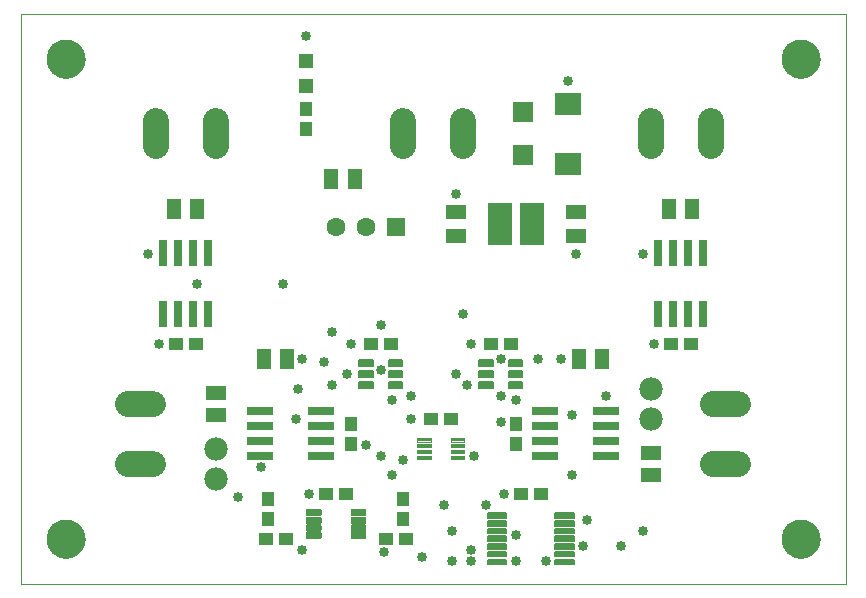
<source format=gts>
G75*
%MOIN*%
%OFA0B0*%
%FSLAX25Y25*%
%IPPOS*%
%LPD*%
%AMOC8*
5,1,8,0,0,1.08239X$1,22.5*
%
%ADD10C,0.00000*%
%ADD11C,0.12998*%
%ADD12R,0.06699X0.04731*%
%ADD13R,0.04731X0.04337*%
%ADD14R,0.04731X0.06699*%
%ADD15R,0.04337X0.04731*%
%ADD16C,0.08650*%
%ADD17R,0.07093X0.07093*%
%ADD18R,0.09061X0.07487*%
%ADD19R,0.05124X0.05124*%
%ADD20C,0.07800*%
%ADD21R,0.08274X0.14180*%
%ADD22R,0.06306X0.06306*%
%ADD23C,0.06306*%
%ADD24C,0.00504*%
%ADD25C,0.00366*%
%ADD26C,0.00671*%
%ADD27R,0.09061X0.02762*%
%ADD28R,0.02762X0.09061*%
%ADD29C,0.00039*%
%ADD30C,0.03353*%
D10*
X0001600Y0003690D02*
X0001600Y0193690D01*
X0276600Y0193690D01*
X0276600Y0003690D01*
X0001600Y0003690D01*
X0010301Y0018690D02*
X0010303Y0018848D01*
X0010309Y0019006D01*
X0010319Y0019164D01*
X0010333Y0019322D01*
X0010351Y0019479D01*
X0010372Y0019636D01*
X0010398Y0019792D01*
X0010428Y0019948D01*
X0010461Y0020103D01*
X0010499Y0020256D01*
X0010540Y0020409D01*
X0010585Y0020561D01*
X0010634Y0020712D01*
X0010687Y0020861D01*
X0010743Y0021009D01*
X0010803Y0021155D01*
X0010867Y0021300D01*
X0010935Y0021443D01*
X0011006Y0021585D01*
X0011080Y0021725D01*
X0011158Y0021862D01*
X0011240Y0021998D01*
X0011324Y0022132D01*
X0011413Y0022263D01*
X0011504Y0022392D01*
X0011599Y0022519D01*
X0011696Y0022644D01*
X0011797Y0022766D01*
X0011901Y0022885D01*
X0012008Y0023002D01*
X0012118Y0023116D01*
X0012231Y0023227D01*
X0012346Y0023336D01*
X0012464Y0023441D01*
X0012585Y0023543D01*
X0012708Y0023643D01*
X0012834Y0023739D01*
X0012962Y0023832D01*
X0013092Y0023922D01*
X0013225Y0024008D01*
X0013360Y0024092D01*
X0013496Y0024171D01*
X0013635Y0024248D01*
X0013776Y0024320D01*
X0013918Y0024390D01*
X0014062Y0024455D01*
X0014208Y0024517D01*
X0014355Y0024575D01*
X0014504Y0024630D01*
X0014654Y0024681D01*
X0014805Y0024728D01*
X0014957Y0024771D01*
X0015110Y0024810D01*
X0015265Y0024846D01*
X0015420Y0024877D01*
X0015576Y0024905D01*
X0015732Y0024929D01*
X0015889Y0024949D01*
X0016047Y0024965D01*
X0016204Y0024977D01*
X0016363Y0024985D01*
X0016521Y0024989D01*
X0016679Y0024989D01*
X0016837Y0024985D01*
X0016996Y0024977D01*
X0017153Y0024965D01*
X0017311Y0024949D01*
X0017468Y0024929D01*
X0017624Y0024905D01*
X0017780Y0024877D01*
X0017935Y0024846D01*
X0018090Y0024810D01*
X0018243Y0024771D01*
X0018395Y0024728D01*
X0018546Y0024681D01*
X0018696Y0024630D01*
X0018845Y0024575D01*
X0018992Y0024517D01*
X0019138Y0024455D01*
X0019282Y0024390D01*
X0019424Y0024320D01*
X0019565Y0024248D01*
X0019704Y0024171D01*
X0019840Y0024092D01*
X0019975Y0024008D01*
X0020108Y0023922D01*
X0020238Y0023832D01*
X0020366Y0023739D01*
X0020492Y0023643D01*
X0020615Y0023543D01*
X0020736Y0023441D01*
X0020854Y0023336D01*
X0020969Y0023227D01*
X0021082Y0023116D01*
X0021192Y0023002D01*
X0021299Y0022885D01*
X0021403Y0022766D01*
X0021504Y0022644D01*
X0021601Y0022519D01*
X0021696Y0022392D01*
X0021787Y0022263D01*
X0021876Y0022132D01*
X0021960Y0021998D01*
X0022042Y0021862D01*
X0022120Y0021725D01*
X0022194Y0021585D01*
X0022265Y0021443D01*
X0022333Y0021300D01*
X0022397Y0021155D01*
X0022457Y0021009D01*
X0022513Y0020861D01*
X0022566Y0020712D01*
X0022615Y0020561D01*
X0022660Y0020409D01*
X0022701Y0020256D01*
X0022739Y0020103D01*
X0022772Y0019948D01*
X0022802Y0019792D01*
X0022828Y0019636D01*
X0022849Y0019479D01*
X0022867Y0019322D01*
X0022881Y0019164D01*
X0022891Y0019006D01*
X0022897Y0018848D01*
X0022899Y0018690D01*
X0022897Y0018532D01*
X0022891Y0018374D01*
X0022881Y0018216D01*
X0022867Y0018058D01*
X0022849Y0017901D01*
X0022828Y0017744D01*
X0022802Y0017588D01*
X0022772Y0017432D01*
X0022739Y0017277D01*
X0022701Y0017124D01*
X0022660Y0016971D01*
X0022615Y0016819D01*
X0022566Y0016668D01*
X0022513Y0016519D01*
X0022457Y0016371D01*
X0022397Y0016225D01*
X0022333Y0016080D01*
X0022265Y0015937D01*
X0022194Y0015795D01*
X0022120Y0015655D01*
X0022042Y0015518D01*
X0021960Y0015382D01*
X0021876Y0015248D01*
X0021787Y0015117D01*
X0021696Y0014988D01*
X0021601Y0014861D01*
X0021504Y0014736D01*
X0021403Y0014614D01*
X0021299Y0014495D01*
X0021192Y0014378D01*
X0021082Y0014264D01*
X0020969Y0014153D01*
X0020854Y0014044D01*
X0020736Y0013939D01*
X0020615Y0013837D01*
X0020492Y0013737D01*
X0020366Y0013641D01*
X0020238Y0013548D01*
X0020108Y0013458D01*
X0019975Y0013372D01*
X0019840Y0013288D01*
X0019704Y0013209D01*
X0019565Y0013132D01*
X0019424Y0013060D01*
X0019282Y0012990D01*
X0019138Y0012925D01*
X0018992Y0012863D01*
X0018845Y0012805D01*
X0018696Y0012750D01*
X0018546Y0012699D01*
X0018395Y0012652D01*
X0018243Y0012609D01*
X0018090Y0012570D01*
X0017935Y0012534D01*
X0017780Y0012503D01*
X0017624Y0012475D01*
X0017468Y0012451D01*
X0017311Y0012431D01*
X0017153Y0012415D01*
X0016996Y0012403D01*
X0016837Y0012395D01*
X0016679Y0012391D01*
X0016521Y0012391D01*
X0016363Y0012395D01*
X0016204Y0012403D01*
X0016047Y0012415D01*
X0015889Y0012431D01*
X0015732Y0012451D01*
X0015576Y0012475D01*
X0015420Y0012503D01*
X0015265Y0012534D01*
X0015110Y0012570D01*
X0014957Y0012609D01*
X0014805Y0012652D01*
X0014654Y0012699D01*
X0014504Y0012750D01*
X0014355Y0012805D01*
X0014208Y0012863D01*
X0014062Y0012925D01*
X0013918Y0012990D01*
X0013776Y0013060D01*
X0013635Y0013132D01*
X0013496Y0013209D01*
X0013360Y0013288D01*
X0013225Y0013372D01*
X0013092Y0013458D01*
X0012962Y0013548D01*
X0012834Y0013641D01*
X0012708Y0013737D01*
X0012585Y0013837D01*
X0012464Y0013939D01*
X0012346Y0014044D01*
X0012231Y0014153D01*
X0012118Y0014264D01*
X0012008Y0014378D01*
X0011901Y0014495D01*
X0011797Y0014614D01*
X0011696Y0014736D01*
X0011599Y0014861D01*
X0011504Y0014988D01*
X0011413Y0015117D01*
X0011324Y0015248D01*
X0011240Y0015382D01*
X0011158Y0015518D01*
X0011080Y0015655D01*
X0011006Y0015795D01*
X0010935Y0015937D01*
X0010867Y0016080D01*
X0010803Y0016225D01*
X0010743Y0016371D01*
X0010687Y0016519D01*
X0010634Y0016668D01*
X0010585Y0016819D01*
X0010540Y0016971D01*
X0010499Y0017124D01*
X0010461Y0017277D01*
X0010428Y0017432D01*
X0010398Y0017588D01*
X0010372Y0017744D01*
X0010351Y0017901D01*
X0010333Y0018058D01*
X0010319Y0018216D01*
X0010309Y0018374D01*
X0010303Y0018532D01*
X0010301Y0018690D01*
X0010301Y0178690D02*
X0010303Y0178848D01*
X0010309Y0179006D01*
X0010319Y0179164D01*
X0010333Y0179322D01*
X0010351Y0179479D01*
X0010372Y0179636D01*
X0010398Y0179792D01*
X0010428Y0179948D01*
X0010461Y0180103D01*
X0010499Y0180256D01*
X0010540Y0180409D01*
X0010585Y0180561D01*
X0010634Y0180712D01*
X0010687Y0180861D01*
X0010743Y0181009D01*
X0010803Y0181155D01*
X0010867Y0181300D01*
X0010935Y0181443D01*
X0011006Y0181585D01*
X0011080Y0181725D01*
X0011158Y0181862D01*
X0011240Y0181998D01*
X0011324Y0182132D01*
X0011413Y0182263D01*
X0011504Y0182392D01*
X0011599Y0182519D01*
X0011696Y0182644D01*
X0011797Y0182766D01*
X0011901Y0182885D01*
X0012008Y0183002D01*
X0012118Y0183116D01*
X0012231Y0183227D01*
X0012346Y0183336D01*
X0012464Y0183441D01*
X0012585Y0183543D01*
X0012708Y0183643D01*
X0012834Y0183739D01*
X0012962Y0183832D01*
X0013092Y0183922D01*
X0013225Y0184008D01*
X0013360Y0184092D01*
X0013496Y0184171D01*
X0013635Y0184248D01*
X0013776Y0184320D01*
X0013918Y0184390D01*
X0014062Y0184455D01*
X0014208Y0184517D01*
X0014355Y0184575D01*
X0014504Y0184630D01*
X0014654Y0184681D01*
X0014805Y0184728D01*
X0014957Y0184771D01*
X0015110Y0184810D01*
X0015265Y0184846D01*
X0015420Y0184877D01*
X0015576Y0184905D01*
X0015732Y0184929D01*
X0015889Y0184949D01*
X0016047Y0184965D01*
X0016204Y0184977D01*
X0016363Y0184985D01*
X0016521Y0184989D01*
X0016679Y0184989D01*
X0016837Y0184985D01*
X0016996Y0184977D01*
X0017153Y0184965D01*
X0017311Y0184949D01*
X0017468Y0184929D01*
X0017624Y0184905D01*
X0017780Y0184877D01*
X0017935Y0184846D01*
X0018090Y0184810D01*
X0018243Y0184771D01*
X0018395Y0184728D01*
X0018546Y0184681D01*
X0018696Y0184630D01*
X0018845Y0184575D01*
X0018992Y0184517D01*
X0019138Y0184455D01*
X0019282Y0184390D01*
X0019424Y0184320D01*
X0019565Y0184248D01*
X0019704Y0184171D01*
X0019840Y0184092D01*
X0019975Y0184008D01*
X0020108Y0183922D01*
X0020238Y0183832D01*
X0020366Y0183739D01*
X0020492Y0183643D01*
X0020615Y0183543D01*
X0020736Y0183441D01*
X0020854Y0183336D01*
X0020969Y0183227D01*
X0021082Y0183116D01*
X0021192Y0183002D01*
X0021299Y0182885D01*
X0021403Y0182766D01*
X0021504Y0182644D01*
X0021601Y0182519D01*
X0021696Y0182392D01*
X0021787Y0182263D01*
X0021876Y0182132D01*
X0021960Y0181998D01*
X0022042Y0181862D01*
X0022120Y0181725D01*
X0022194Y0181585D01*
X0022265Y0181443D01*
X0022333Y0181300D01*
X0022397Y0181155D01*
X0022457Y0181009D01*
X0022513Y0180861D01*
X0022566Y0180712D01*
X0022615Y0180561D01*
X0022660Y0180409D01*
X0022701Y0180256D01*
X0022739Y0180103D01*
X0022772Y0179948D01*
X0022802Y0179792D01*
X0022828Y0179636D01*
X0022849Y0179479D01*
X0022867Y0179322D01*
X0022881Y0179164D01*
X0022891Y0179006D01*
X0022897Y0178848D01*
X0022899Y0178690D01*
X0022897Y0178532D01*
X0022891Y0178374D01*
X0022881Y0178216D01*
X0022867Y0178058D01*
X0022849Y0177901D01*
X0022828Y0177744D01*
X0022802Y0177588D01*
X0022772Y0177432D01*
X0022739Y0177277D01*
X0022701Y0177124D01*
X0022660Y0176971D01*
X0022615Y0176819D01*
X0022566Y0176668D01*
X0022513Y0176519D01*
X0022457Y0176371D01*
X0022397Y0176225D01*
X0022333Y0176080D01*
X0022265Y0175937D01*
X0022194Y0175795D01*
X0022120Y0175655D01*
X0022042Y0175518D01*
X0021960Y0175382D01*
X0021876Y0175248D01*
X0021787Y0175117D01*
X0021696Y0174988D01*
X0021601Y0174861D01*
X0021504Y0174736D01*
X0021403Y0174614D01*
X0021299Y0174495D01*
X0021192Y0174378D01*
X0021082Y0174264D01*
X0020969Y0174153D01*
X0020854Y0174044D01*
X0020736Y0173939D01*
X0020615Y0173837D01*
X0020492Y0173737D01*
X0020366Y0173641D01*
X0020238Y0173548D01*
X0020108Y0173458D01*
X0019975Y0173372D01*
X0019840Y0173288D01*
X0019704Y0173209D01*
X0019565Y0173132D01*
X0019424Y0173060D01*
X0019282Y0172990D01*
X0019138Y0172925D01*
X0018992Y0172863D01*
X0018845Y0172805D01*
X0018696Y0172750D01*
X0018546Y0172699D01*
X0018395Y0172652D01*
X0018243Y0172609D01*
X0018090Y0172570D01*
X0017935Y0172534D01*
X0017780Y0172503D01*
X0017624Y0172475D01*
X0017468Y0172451D01*
X0017311Y0172431D01*
X0017153Y0172415D01*
X0016996Y0172403D01*
X0016837Y0172395D01*
X0016679Y0172391D01*
X0016521Y0172391D01*
X0016363Y0172395D01*
X0016204Y0172403D01*
X0016047Y0172415D01*
X0015889Y0172431D01*
X0015732Y0172451D01*
X0015576Y0172475D01*
X0015420Y0172503D01*
X0015265Y0172534D01*
X0015110Y0172570D01*
X0014957Y0172609D01*
X0014805Y0172652D01*
X0014654Y0172699D01*
X0014504Y0172750D01*
X0014355Y0172805D01*
X0014208Y0172863D01*
X0014062Y0172925D01*
X0013918Y0172990D01*
X0013776Y0173060D01*
X0013635Y0173132D01*
X0013496Y0173209D01*
X0013360Y0173288D01*
X0013225Y0173372D01*
X0013092Y0173458D01*
X0012962Y0173548D01*
X0012834Y0173641D01*
X0012708Y0173737D01*
X0012585Y0173837D01*
X0012464Y0173939D01*
X0012346Y0174044D01*
X0012231Y0174153D01*
X0012118Y0174264D01*
X0012008Y0174378D01*
X0011901Y0174495D01*
X0011797Y0174614D01*
X0011696Y0174736D01*
X0011599Y0174861D01*
X0011504Y0174988D01*
X0011413Y0175117D01*
X0011324Y0175248D01*
X0011240Y0175382D01*
X0011158Y0175518D01*
X0011080Y0175655D01*
X0011006Y0175795D01*
X0010935Y0175937D01*
X0010867Y0176080D01*
X0010803Y0176225D01*
X0010743Y0176371D01*
X0010687Y0176519D01*
X0010634Y0176668D01*
X0010585Y0176819D01*
X0010540Y0176971D01*
X0010499Y0177124D01*
X0010461Y0177277D01*
X0010428Y0177432D01*
X0010398Y0177588D01*
X0010372Y0177744D01*
X0010351Y0177901D01*
X0010333Y0178058D01*
X0010319Y0178216D01*
X0010309Y0178374D01*
X0010303Y0178532D01*
X0010301Y0178690D01*
X0255301Y0178690D02*
X0255303Y0178848D01*
X0255309Y0179006D01*
X0255319Y0179164D01*
X0255333Y0179322D01*
X0255351Y0179479D01*
X0255372Y0179636D01*
X0255398Y0179792D01*
X0255428Y0179948D01*
X0255461Y0180103D01*
X0255499Y0180256D01*
X0255540Y0180409D01*
X0255585Y0180561D01*
X0255634Y0180712D01*
X0255687Y0180861D01*
X0255743Y0181009D01*
X0255803Y0181155D01*
X0255867Y0181300D01*
X0255935Y0181443D01*
X0256006Y0181585D01*
X0256080Y0181725D01*
X0256158Y0181862D01*
X0256240Y0181998D01*
X0256324Y0182132D01*
X0256413Y0182263D01*
X0256504Y0182392D01*
X0256599Y0182519D01*
X0256696Y0182644D01*
X0256797Y0182766D01*
X0256901Y0182885D01*
X0257008Y0183002D01*
X0257118Y0183116D01*
X0257231Y0183227D01*
X0257346Y0183336D01*
X0257464Y0183441D01*
X0257585Y0183543D01*
X0257708Y0183643D01*
X0257834Y0183739D01*
X0257962Y0183832D01*
X0258092Y0183922D01*
X0258225Y0184008D01*
X0258360Y0184092D01*
X0258496Y0184171D01*
X0258635Y0184248D01*
X0258776Y0184320D01*
X0258918Y0184390D01*
X0259062Y0184455D01*
X0259208Y0184517D01*
X0259355Y0184575D01*
X0259504Y0184630D01*
X0259654Y0184681D01*
X0259805Y0184728D01*
X0259957Y0184771D01*
X0260110Y0184810D01*
X0260265Y0184846D01*
X0260420Y0184877D01*
X0260576Y0184905D01*
X0260732Y0184929D01*
X0260889Y0184949D01*
X0261047Y0184965D01*
X0261204Y0184977D01*
X0261363Y0184985D01*
X0261521Y0184989D01*
X0261679Y0184989D01*
X0261837Y0184985D01*
X0261996Y0184977D01*
X0262153Y0184965D01*
X0262311Y0184949D01*
X0262468Y0184929D01*
X0262624Y0184905D01*
X0262780Y0184877D01*
X0262935Y0184846D01*
X0263090Y0184810D01*
X0263243Y0184771D01*
X0263395Y0184728D01*
X0263546Y0184681D01*
X0263696Y0184630D01*
X0263845Y0184575D01*
X0263992Y0184517D01*
X0264138Y0184455D01*
X0264282Y0184390D01*
X0264424Y0184320D01*
X0264565Y0184248D01*
X0264704Y0184171D01*
X0264840Y0184092D01*
X0264975Y0184008D01*
X0265108Y0183922D01*
X0265238Y0183832D01*
X0265366Y0183739D01*
X0265492Y0183643D01*
X0265615Y0183543D01*
X0265736Y0183441D01*
X0265854Y0183336D01*
X0265969Y0183227D01*
X0266082Y0183116D01*
X0266192Y0183002D01*
X0266299Y0182885D01*
X0266403Y0182766D01*
X0266504Y0182644D01*
X0266601Y0182519D01*
X0266696Y0182392D01*
X0266787Y0182263D01*
X0266876Y0182132D01*
X0266960Y0181998D01*
X0267042Y0181862D01*
X0267120Y0181725D01*
X0267194Y0181585D01*
X0267265Y0181443D01*
X0267333Y0181300D01*
X0267397Y0181155D01*
X0267457Y0181009D01*
X0267513Y0180861D01*
X0267566Y0180712D01*
X0267615Y0180561D01*
X0267660Y0180409D01*
X0267701Y0180256D01*
X0267739Y0180103D01*
X0267772Y0179948D01*
X0267802Y0179792D01*
X0267828Y0179636D01*
X0267849Y0179479D01*
X0267867Y0179322D01*
X0267881Y0179164D01*
X0267891Y0179006D01*
X0267897Y0178848D01*
X0267899Y0178690D01*
X0267897Y0178532D01*
X0267891Y0178374D01*
X0267881Y0178216D01*
X0267867Y0178058D01*
X0267849Y0177901D01*
X0267828Y0177744D01*
X0267802Y0177588D01*
X0267772Y0177432D01*
X0267739Y0177277D01*
X0267701Y0177124D01*
X0267660Y0176971D01*
X0267615Y0176819D01*
X0267566Y0176668D01*
X0267513Y0176519D01*
X0267457Y0176371D01*
X0267397Y0176225D01*
X0267333Y0176080D01*
X0267265Y0175937D01*
X0267194Y0175795D01*
X0267120Y0175655D01*
X0267042Y0175518D01*
X0266960Y0175382D01*
X0266876Y0175248D01*
X0266787Y0175117D01*
X0266696Y0174988D01*
X0266601Y0174861D01*
X0266504Y0174736D01*
X0266403Y0174614D01*
X0266299Y0174495D01*
X0266192Y0174378D01*
X0266082Y0174264D01*
X0265969Y0174153D01*
X0265854Y0174044D01*
X0265736Y0173939D01*
X0265615Y0173837D01*
X0265492Y0173737D01*
X0265366Y0173641D01*
X0265238Y0173548D01*
X0265108Y0173458D01*
X0264975Y0173372D01*
X0264840Y0173288D01*
X0264704Y0173209D01*
X0264565Y0173132D01*
X0264424Y0173060D01*
X0264282Y0172990D01*
X0264138Y0172925D01*
X0263992Y0172863D01*
X0263845Y0172805D01*
X0263696Y0172750D01*
X0263546Y0172699D01*
X0263395Y0172652D01*
X0263243Y0172609D01*
X0263090Y0172570D01*
X0262935Y0172534D01*
X0262780Y0172503D01*
X0262624Y0172475D01*
X0262468Y0172451D01*
X0262311Y0172431D01*
X0262153Y0172415D01*
X0261996Y0172403D01*
X0261837Y0172395D01*
X0261679Y0172391D01*
X0261521Y0172391D01*
X0261363Y0172395D01*
X0261204Y0172403D01*
X0261047Y0172415D01*
X0260889Y0172431D01*
X0260732Y0172451D01*
X0260576Y0172475D01*
X0260420Y0172503D01*
X0260265Y0172534D01*
X0260110Y0172570D01*
X0259957Y0172609D01*
X0259805Y0172652D01*
X0259654Y0172699D01*
X0259504Y0172750D01*
X0259355Y0172805D01*
X0259208Y0172863D01*
X0259062Y0172925D01*
X0258918Y0172990D01*
X0258776Y0173060D01*
X0258635Y0173132D01*
X0258496Y0173209D01*
X0258360Y0173288D01*
X0258225Y0173372D01*
X0258092Y0173458D01*
X0257962Y0173548D01*
X0257834Y0173641D01*
X0257708Y0173737D01*
X0257585Y0173837D01*
X0257464Y0173939D01*
X0257346Y0174044D01*
X0257231Y0174153D01*
X0257118Y0174264D01*
X0257008Y0174378D01*
X0256901Y0174495D01*
X0256797Y0174614D01*
X0256696Y0174736D01*
X0256599Y0174861D01*
X0256504Y0174988D01*
X0256413Y0175117D01*
X0256324Y0175248D01*
X0256240Y0175382D01*
X0256158Y0175518D01*
X0256080Y0175655D01*
X0256006Y0175795D01*
X0255935Y0175937D01*
X0255867Y0176080D01*
X0255803Y0176225D01*
X0255743Y0176371D01*
X0255687Y0176519D01*
X0255634Y0176668D01*
X0255585Y0176819D01*
X0255540Y0176971D01*
X0255499Y0177124D01*
X0255461Y0177277D01*
X0255428Y0177432D01*
X0255398Y0177588D01*
X0255372Y0177744D01*
X0255351Y0177901D01*
X0255333Y0178058D01*
X0255319Y0178216D01*
X0255309Y0178374D01*
X0255303Y0178532D01*
X0255301Y0178690D01*
X0255301Y0018690D02*
X0255303Y0018848D01*
X0255309Y0019006D01*
X0255319Y0019164D01*
X0255333Y0019322D01*
X0255351Y0019479D01*
X0255372Y0019636D01*
X0255398Y0019792D01*
X0255428Y0019948D01*
X0255461Y0020103D01*
X0255499Y0020256D01*
X0255540Y0020409D01*
X0255585Y0020561D01*
X0255634Y0020712D01*
X0255687Y0020861D01*
X0255743Y0021009D01*
X0255803Y0021155D01*
X0255867Y0021300D01*
X0255935Y0021443D01*
X0256006Y0021585D01*
X0256080Y0021725D01*
X0256158Y0021862D01*
X0256240Y0021998D01*
X0256324Y0022132D01*
X0256413Y0022263D01*
X0256504Y0022392D01*
X0256599Y0022519D01*
X0256696Y0022644D01*
X0256797Y0022766D01*
X0256901Y0022885D01*
X0257008Y0023002D01*
X0257118Y0023116D01*
X0257231Y0023227D01*
X0257346Y0023336D01*
X0257464Y0023441D01*
X0257585Y0023543D01*
X0257708Y0023643D01*
X0257834Y0023739D01*
X0257962Y0023832D01*
X0258092Y0023922D01*
X0258225Y0024008D01*
X0258360Y0024092D01*
X0258496Y0024171D01*
X0258635Y0024248D01*
X0258776Y0024320D01*
X0258918Y0024390D01*
X0259062Y0024455D01*
X0259208Y0024517D01*
X0259355Y0024575D01*
X0259504Y0024630D01*
X0259654Y0024681D01*
X0259805Y0024728D01*
X0259957Y0024771D01*
X0260110Y0024810D01*
X0260265Y0024846D01*
X0260420Y0024877D01*
X0260576Y0024905D01*
X0260732Y0024929D01*
X0260889Y0024949D01*
X0261047Y0024965D01*
X0261204Y0024977D01*
X0261363Y0024985D01*
X0261521Y0024989D01*
X0261679Y0024989D01*
X0261837Y0024985D01*
X0261996Y0024977D01*
X0262153Y0024965D01*
X0262311Y0024949D01*
X0262468Y0024929D01*
X0262624Y0024905D01*
X0262780Y0024877D01*
X0262935Y0024846D01*
X0263090Y0024810D01*
X0263243Y0024771D01*
X0263395Y0024728D01*
X0263546Y0024681D01*
X0263696Y0024630D01*
X0263845Y0024575D01*
X0263992Y0024517D01*
X0264138Y0024455D01*
X0264282Y0024390D01*
X0264424Y0024320D01*
X0264565Y0024248D01*
X0264704Y0024171D01*
X0264840Y0024092D01*
X0264975Y0024008D01*
X0265108Y0023922D01*
X0265238Y0023832D01*
X0265366Y0023739D01*
X0265492Y0023643D01*
X0265615Y0023543D01*
X0265736Y0023441D01*
X0265854Y0023336D01*
X0265969Y0023227D01*
X0266082Y0023116D01*
X0266192Y0023002D01*
X0266299Y0022885D01*
X0266403Y0022766D01*
X0266504Y0022644D01*
X0266601Y0022519D01*
X0266696Y0022392D01*
X0266787Y0022263D01*
X0266876Y0022132D01*
X0266960Y0021998D01*
X0267042Y0021862D01*
X0267120Y0021725D01*
X0267194Y0021585D01*
X0267265Y0021443D01*
X0267333Y0021300D01*
X0267397Y0021155D01*
X0267457Y0021009D01*
X0267513Y0020861D01*
X0267566Y0020712D01*
X0267615Y0020561D01*
X0267660Y0020409D01*
X0267701Y0020256D01*
X0267739Y0020103D01*
X0267772Y0019948D01*
X0267802Y0019792D01*
X0267828Y0019636D01*
X0267849Y0019479D01*
X0267867Y0019322D01*
X0267881Y0019164D01*
X0267891Y0019006D01*
X0267897Y0018848D01*
X0267899Y0018690D01*
X0267897Y0018532D01*
X0267891Y0018374D01*
X0267881Y0018216D01*
X0267867Y0018058D01*
X0267849Y0017901D01*
X0267828Y0017744D01*
X0267802Y0017588D01*
X0267772Y0017432D01*
X0267739Y0017277D01*
X0267701Y0017124D01*
X0267660Y0016971D01*
X0267615Y0016819D01*
X0267566Y0016668D01*
X0267513Y0016519D01*
X0267457Y0016371D01*
X0267397Y0016225D01*
X0267333Y0016080D01*
X0267265Y0015937D01*
X0267194Y0015795D01*
X0267120Y0015655D01*
X0267042Y0015518D01*
X0266960Y0015382D01*
X0266876Y0015248D01*
X0266787Y0015117D01*
X0266696Y0014988D01*
X0266601Y0014861D01*
X0266504Y0014736D01*
X0266403Y0014614D01*
X0266299Y0014495D01*
X0266192Y0014378D01*
X0266082Y0014264D01*
X0265969Y0014153D01*
X0265854Y0014044D01*
X0265736Y0013939D01*
X0265615Y0013837D01*
X0265492Y0013737D01*
X0265366Y0013641D01*
X0265238Y0013548D01*
X0265108Y0013458D01*
X0264975Y0013372D01*
X0264840Y0013288D01*
X0264704Y0013209D01*
X0264565Y0013132D01*
X0264424Y0013060D01*
X0264282Y0012990D01*
X0264138Y0012925D01*
X0263992Y0012863D01*
X0263845Y0012805D01*
X0263696Y0012750D01*
X0263546Y0012699D01*
X0263395Y0012652D01*
X0263243Y0012609D01*
X0263090Y0012570D01*
X0262935Y0012534D01*
X0262780Y0012503D01*
X0262624Y0012475D01*
X0262468Y0012451D01*
X0262311Y0012431D01*
X0262153Y0012415D01*
X0261996Y0012403D01*
X0261837Y0012395D01*
X0261679Y0012391D01*
X0261521Y0012391D01*
X0261363Y0012395D01*
X0261204Y0012403D01*
X0261047Y0012415D01*
X0260889Y0012431D01*
X0260732Y0012451D01*
X0260576Y0012475D01*
X0260420Y0012503D01*
X0260265Y0012534D01*
X0260110Y0012570D01*
X0259957Y0012609D01*
X0259805Y0012652D01*
X0259654Y0012699D01*
X0259504Y0012750D01*
X0259355Y0012805D01*
X0259208Y0012863D01*
X0259062Y0012925D01*
X0258918Y0012990D01*
X0258776Y0013060D01*
X0258635Y0013132D01*
X0258496Y0013209D01*
X0258360Y0013288D01*
X0258225Y0013372D01*
X0258092Y0013458D01*
X0257962Y0013548D01*
X0257834Y0013641D01*
X0257708Y0013737D01*
X0257585Y0013837D01*
X0257464Y0013939D01*
X0257346Y0014044D01*
X0257231Y0014153D01*
X0257118Y0014264D01*
X0257008Y0014378D01*
X0256901Y0014495D01*
X0256797Y0014614D01*
X0256696Y0014736D01*
X0256599Y0014861D01*
X0256504Y0014988D01*
X0256413Y0015117D01*
X0256324Y0015248D01*
X0256240Y0015382D01*
X0256158Y0015518D01*
X0256080Y0015655D01*
X0256006Y0015795D01*
X0255935Y0015937D01*
X0255867Y0016080D01*
X0255803Y0016225D01*
X0255743Y0016371D01*
X0255687Y0016519D01*
X0255634Y0016668D01*
X0255585Y0016819D01*
X0255540Y0016971D01*
X0255499Y0017124D01*
X0255461Y0017277D01*
X0255428Y0017432D01*
X0255398Y0017588D01*
X0255372Y0017744D01*
X0255351Y0017901D01*
X0255333Y0018058D01*
X0255319Y0018216D01*
X0255309Y0018374D01*
X0255303Y0018532D01*
X0255301Y0018690D01*
D11*
X0261600Y0018690D03*
X0261600Y0178690D03*
X0016600Y0178690D03*
X0016600Y0018690D03*
D12*
X0066600Y0059950D03*
X0066600Y0067430D03*
X0146600Y0119753D03*
X0146600Y0127627D03*
X0186600Y0127627D03*
X0186600Y0119753D03*
X0211600Y0047430D03*
X0211600Y0039950D03*
D13*
X0174946Y0033690D03*
X0168254Y0033690D03*
X0144946Y0058690D03*
X0138254Y0058690D03*
X0124946Y0083690D03*
X0118254Y0083690D03*
X0158254Y0083690D03*
X0164946Y0083690D03*
X0218254Y0083690D03*
X0224946Y0083690D03*
X0129946Y0018690D03*
X0123254Y0018690D03*
X0109946Y0033690D03*
X0103254Y0033690D03*
X0089946Y0018690D03*
X0083254Y0018690D03*
X0059946Y0083690D03*
X0053254Y0083690D03*
D14*
X0082663Y0078690D03*
X0090537Y0078690D03*
X0060340Y0128690D03*
X0052860Y0128690D03*
X0105163Y0138690D03*
X0113037Y0138690D03*
X0187663Y0078690D03*
X0195537Y0078690D03*
X0217860Y0128690D03*
X0225340Y0128690D03*
D15*
X0166600Y0057037D03*
X0166600Y0050344D03*
X0129100Y0032037D03*
X0129100Y0025344D03*
X0111600Y0050344D03*
X0111600Y0057037D03*
X0084100Y0032037D03*
X0084100Y0025344D03*
X0096600Y0155344D03*
X0096600Y0162037D03*
D16*
X0066600Y0157815D02*
X0066600Y0149565D01*
X0046600Y0149565D02*
X0046600Y0157815D01*
X0129100Y0157815D02*
X0129100Y0149565D01*
X0149100Y0149565D02*
X0149100Y0157815D01*
X0211600Y0157815D02*
X0211600Y0149565D01*
X0231600Y0149565D02*
X0231600Y0157815D01*
X0232475Y0063690D02*
X0240725Y0063690D01*
X0240725Y0043690D02*
X0232475Y0043690D01*
X0045725Y0043690D02*
X0037475Y0043690D01*
X0037475Y0063690D02*
X0045725Y0063690D01*
D17*
X0169100Y0146604D03*
X0169100Y0160777D03*
D18*
X0184100Y0163730D03*
X0184100Y0143651D03*
D19*
X0096600Y0169556D03*
X0096600Y0177824D03*
D20*
X0211600Y0068690D03*
X0211600Y0058690D03*
X0066600Y0048690D03*
X0066600Y0038690D03*
D21*
X0161285Y0123690D03*
X0171915Y0123690D03*
D22*
X0126600Y0122549D03*
D23*
X0116600Y0122549D03*
X0106600Y0122549D03*
D24*
X0157263Y0025612D02*
X0163339Y0025612D01*
X0157263Y0025612D02*
X0157263Y0027122D01*
X0163339Y0027122D01*
X0163339Y0025612D01*
X0163339Y0026115D02*
X0157263Y0026115D01*
X0157263Y0026618D02*
X0163339Y0026618D01*
X0163339Y0027121D02*
X0157263Y0027121D01*
X0157263Y0023053D02*
X0163339Y0023053D01*
X0157263Y0023053D02*
X0157263Y0024563D01*
X0163339Y0024563D01*
X0163339Y0023053D01*
X0163339Y0023556D02*
X0157263Y0023556D01*
X0157263Y0024059D02*
X0163339Y0024059D01*
X0163339Y0024562D02*
X0157263Y0024562D01*
X0157263Y0020494D02*
X0163339Y0020494D01*
X0157263Y0020494D02*
X0157263Y0022004D01*
X0163339Y0022004D01*
X0163339Y0020494D01*
X0163339Y0020997D02*
X0157263Y0020997D01*
X0157263Y0021500D02*
X0163339Y0021500D01*
X0163339Y0022003D02*
X0157263Y0022003D01*
X0157263Y0017935D02*
X0163339Y0017935D01*
X0157263Y0017935D02*
X0157263Y0019445D01*
X0163339Y0019445D01*
X0163339Y0017935D01*
X0163339Y0018438D02*
X0157263Y0018438D01*
X0157263Y0018941D02*
X0163339Y0018941D01*
X0163339Y0019444D02*
X0157263Y0019444D01*
X0157263Y0015376D02*
X0163339Y0015376D01*
X0157263Y0015376D02*
X0157263Y0016886D01*
X0163339Y0016886D01*
X0163339Y0015376D01*
X0163339Y0015879D02*
X0157263Y0015879D01*
X0157263Y0016382D02*
X0163339Y0016382D01*
X0163339Y0016885D02*
X0157263Y0016885D01*
X0157263Y0012817D02*
X0163339Y0012817D01*
X0157263Y0012817D02*
X0157263Y0014327D01*
X0163339Y0014327D01*
X0163339Y0012817D01*
X0163339Y0013320D02*
X0157263Y0013320D01*
X0157263Y0013823D02*
X0163339Y0013823D01*
X0163339Y0014326D02*
X0157263Y0014326D01*
X0157263Y0010258D02*
X0163339Y0010258D01*
X0157263Y0010258D02*
X0157263Y0011768D01*
X0163339Y0011768D01*
X0163339Y0010258D01*
X0163339Y0010761D02*
X0157263Y0010761D01*
X0157263Y0011264D02*
X0163339Y0011264D01*
X0163339Y0011767D02*
X0157263Y0011767D01*
X0179861Y0010258D02*
X0185937Y0010258D01*
X0179861Y0010258D02*
X0179861Y0011768D01*
X0185937Y0011768D01*
X0185937Y0010258D01*
X0185937Y0010761D02*
X0179861Y0010761D01*
X0179861Y0011264D02*
X0185937Y0011264D01*
X0185937Y0011767D02*
X0179861Y0011767D01*
X0179861Y0012817D02*
X0185937Y0012817D01*
X0179861Y0012817D02*
X0179861Y0014327D01*
X0185937Y0014327D01*
X0185937Y0012817D01*
X0185937Y0013320D02*
X0179861Y0013320D01*
X0179861Y0013823D02*
X0185937Y0013823D01*
X0185937Y0014326D02*
X0179861Y0014326D01*
X0179861Y0015376D02*
X0185937Y0015376D01*
X0179861Y0015376D02*
X0179861Y0016886D01*
X0185937Y0016886D01*
X0185937Y0015376D01*
X0185937Y0015879D02*
X0179861Y0015879D01*
X0179861Y0016382D02*
X0185937Y0016382D01*
X0185937Y0016885D02*
X0179861Y0016885D01*
X0179861Y0017935D02*
X0185937Y0017935D01*
X0179861Y0017935D02*
X0179861Y0019445D01*
X0185937Y0019445D01*
X0185937Y0017935D01*
X0185937Y0018438D02*
X0179861Y0018438D01*
X0179861Y0018941D02*
X0185937Y0018941D01*
X0185937Y0019444D02*
X0179861Y0019444D01*
X0179861Y0020494D02*
X0185937Y0020494D01*
X0179861Y0020494D02*
X0179861Y0022004D01*
X0185937Y0022004D01*
X0185937Y0020494D01*
X0185937Y0020997D02*
X0179861Y0020997D01*
X0179861Y0021500D02*
X0185937Y0021500D01*
X0185937Y0022003D02*
X0179861Y0022003D01*
X0179861Y0023053D02*
X0185937Y0023053D01*
X0179861Y0023053D02*
X0179861Y0024563D01*
X0185937Y0024563D01*
X0185937Y0023053D01*
X0185937Y0023556D02*
X0179861Y0023556D01*
X0179861Y0024059D02*
X0185937Y0024059D01*
X0185937Y0024562D02*
X0179861Y0024562D01*
X0179861Y0025612D02*
X0185937Y0025612D01*
X0179861Y0025612D02*
X0179861Y0027122D01*
X0185937Y0027122D01*
X0185937Y0025612D01*
X0185937Y0026115D02*
X0179861Y0026115D01*
X0179861Y0026618D02*
X0185937Y0026618D01*
X0185937Y0027121D02*
X0179861Y0027121D01*
D25*
X0149352Y0045190D02*
X0144910Y0045190D01*
X0144910Y0046286D01*
X0149352Y0046286D01*
X0149352Y0045190D01*
X0149352Y0045555D02*
X0144910Y0045555D01*
X0144910Y0045920D02*
X0149352Y0045920D01*
X0149352Y0046285D02*
X0144910Y0046285D01*
X0144910Y0047158D02*
X0149352Y0047158D01*
X0144910Y0047158D02*
X0144910Y0048254D01*
X0149352Y0048254D01*
X0149352Y0047158D01*
X0149352Y0047523D02*
X0144910Y0047523D01*
X0144910Y0047888D02*
X0149352Y0047888D01*
X0149352Y0048253D02*
X0144910Y0048253D01*
X0144910Y0049127D02*
X0149352Y0049127D01*
X0144910Y0049127D02*
X0144910Y0050223D01*
X0149352Y0050223D01*
X0149352Y0049127D01*
X0149352Y0049492D02*
X0144910Y0049492D01*
X0144910Y0049857D02*
X0149352Y0049857D01*
X0149352Y0050222D02*
X0144910Y0050222D01*
X0144910Y0051095D02*
X0149352Y0051095D01*
X0144910Y0051095D02*
X0144910Y0052191D01*
X0149352Y0052191D01*
X0149352Y0051095D01*
X0149352Y0051460D02*
X0144910Y0051460D01*
X0144910Y0051825D02*
X0149352Y0051825D01*
X0149352Y0052190D02*
X0144910Y0052190D01*
X0138290Y0051095D02*
X0133848Y0051095D01*
X0133848Y0052191D01*
X0138290Y0052191D01*
X0138290Y0051095D01*
X0138290Y0051460D02*
X0133848Y0051460D01*
X0133848Y0051825D02*
X0138290Y0051825D01*
X0138290Y0052190D02*
X0133848Y0052190D01*
X0133848Y0049127D02*
X0138290Y0049127D01*
X0133848Y0049127D02*
X0133848Y0050223D01*
X0138290Y0050223D01*
X0138290Y0049127D01*
X0138290Y0049492D02*
X0133848Y0049492D01*
X0133848Y0049857D02*
X0138290Y0049857D01*
X0138290Y0050222D02*
X0133848Y0050222D01*
X0133848Y0047158D02*
X0138290Y0047158D01*
X0133848Y0047158D02*
X0133848Y0048254D01*
X0138290Y0048254D01*
X0138290Y0047158D01*
X0138290Y0047523D02*
X0133848Y0047523D01*
X0133848Y0047888D02*
X0138290Y0047888D01*
X0138290Y0048253D02*
X0133848Y0048253D01*
X0133848Y0045190D02*
X0138290Y0045190D01*
X0133848Y0045190D02*
X0133848Y0046286D01*
X0138290Y0046286D01*
X0138290Y0045190D01*
X0138290Y0045555D02*
X0133848Y0045555D01*
X0133848Y0045920D02*
X0138290Y0045920D01*
X0138290Y0046285D02*
X0133848Y0046285D01*
D26*
X0128788Y0068944D02*
X0124294Y0068944D01*
X0124294Y0070956D01*
X0128788Y0070956D01*
X0128788Y0068944D01*
X0128788Y0069614D02*
X0124294Y0069614D01*
X0124294Y0070284D02*
X0128788Y0070284D01*
X0128788Y0070954D02*
X0124294Y0070954D01*
X0124294Y0072684D02*
X0128788Y0072684D01*
X0124294Y0072684D02*
X0124294Y0074696D01*
X0128788Y0074696D01*
X0128788Y0072684D01*
X0128788Y0073354D02*
X0124294Y0073354D01*
X0124294Y0074024D02*
X0128788Y0074024D01*
X0128788Y0074694D02*
X0124294Y0074694D01*
X0124294Y0076424D02*
X0128788Y0076424D01*
X0124294Y0076424D02*
X0124294Y0078436D01*
X0128788Y0078436D01*
X0128788Y0076424D01*
X0128788Y0077094D02*
X0124294Y0077094D01*
X0124294Y0077764D02*
X0128788Y0077764D01*
X0128788Y0078434D02*
X0124294Y0078434D01*
X0118906Y0076424D02*
X0114412Y0076424D01*
X0114412Y0078436D01*
X0118906Y0078436D01*
X0118906Y0076424D01*
X0118906Y0077094D02*
X0114412Y0077094D01*
X0114412Y0077764D02*
X0118906Y0077764D01*
X0118906Y0078434D02*
X0114412Y0078434D01*
X0114412Y0072684D02*
X0118906Y0072684D01*
X0114412Y0072684D02*
X0114412Y0074696D01*
X0118906Y0074696D01*
X0118906Y0072684D01*
X0118906Y0073354D02*
X0114412Y0073354D01*
X0114412Y0074024D02*
X0118906Y0074024D01*
X0118906Y0074694D02*
X0114412Y0074694D01*
X0114412Y0068944D02*
X0118906Y0068944D01*
X0114412Y0068944D02*
X0114412Y0070956D01*
X0118906Y0070956D01*
X0118906Y0068944D01*
X0118906Y0069614D02*
X0114412Y0069614D01*
X0114412Y0070284D02*
X0118906Y0070284D01*
X0118906Y0070954D02*
X0114412Y0070954D01*
X0154412Y0068944D02*
X0158906Y0068944D01*
X0154412Y0068944D02*
X0154412Y0070956D01*
X0158906Y0070956D01*
X0158906Y0068944D01*
X0158906Y0069614D02*
X0154412Y0069614D01*
X0154412Y0070284D02*
X0158906Y0070284D01*
X0158906Y0070954D02*
X0154412Y0070954D01*
X0154412Y0072684D02*
X0158906Y0072684D01*
X0154412Y0072684D02*
X0154412Y0074696D01*
X0158906Y0074696D01*
X0158906Y0072684D01*
X0158906Y0073354D02*
X0154412Y0073354D01*
X0154412Y0074024D02*
X0158906Y0074024D01*
X0158906Y0074694D02*
X0154412Y0074694D01*
X0154412Y0076424D02*
X0158906Y0076424D01*
X0154412Y0076424D02*
X0154412Y0078436D01*
X0158906Y0078436D01*
X0158906Y0076424D01*
X0158906Y0077094D02*
X0154412Y0077094D01*
X0154412Y0077764D02*
X0158906Y0077764D01*
X0158906Y0078434D02*
X0154412Y0078434D01*
X0164294Y0076424D02*
X0168788Y0076424D01*
X0164294Y0076424D02*
X0164294Y0078436D01*
X0168788Y0078436D01*
X0168788Y0076424D01*
X0168788Y0077094D02*
X0164294Y0077094D01*
X0164294Y0077764D02*
X0168788Y0077764D01*
X0168788Y0078434D02*
X0164294Y0078434D01*
X0164294Y0072684D02*
X0168788Y0072684D01*
X0164294Y0072684D02*
X0164294Y0074696D01*
X0168788Y0074696D01*
X0168788Y0072684D01*
X0168788Y0073354D02*
X0164294Y0073354D01*
X0164294Y0074024D02*
X0168788Y0074024D01*
X0168788Y0074694D02*
X0164294Y0074694D01*
X0164294Y0068944D02*
X0168788Y0068944D01*
X0164294Y0068944D02*
X0164294Y0070956D01*
X0168788Y0070956D01*
X0168788Y0068944D01*
X0168788Y0069614D02*
X0164294Y0069614D01*
X0164294Y0070284D02*
X0168788Y0070284D01*
X0168788Y0070954D02*
X0164294Y0070954D01*
D27*
X0176364Y0061190D03*
X0176364Y0056190D03*
X0176364Y0051190D03*
X0176364Y0046190D03*
X0196836Y0046190D03*
X0196836Y0051190D03*
X0196836Y0056190D03*
X0196836Y0061190D03*
X0101836Y0061190D03*
X0101836Y0056190D03*
X0101836Y0051190D03*
X0101836Y0046190D03*
X0081364Y0046190D03*
X0081364Y0051190D03*
X0081364Y0056190D03*
X0081364Y0061190D03*
D28*
X0064100Y0093454D03*
X0059100Y0093454D03*
X0054100Y0093454D03*
X0049100Y0093454D03*
X0049100Y0113927D03*
X0054100Y0113927D03*
X0059100Y0113927D03*
X0064100Y0113927D03*
X0214100Y0113927D03*
X0219100Y0113927D03*
X0224100Y0113927D03*
X0229100Y0113927D03*
X0229100Y0093454D03*
X0224100Y0093454D03*
X0219100Y0093454D03*
X0214100Y0093454D03*
D29*
X0116431Y0028397D02*
X0116327Y0028502D01*
X0116195Y0028569D01*
X0116049Y0028592D01*
X0112112Y0028592D01*
X0111966Y0028569D01*
X0111834Y0028502D01*
X0111730Y0028397D01*
X0111662Y0028265D01*
X0111639Y0028119D01*
X0111639Y0026938D01*
X0111662Y0026792D01*
X0111730Y0026661D01*
X0111834Y0026556D01*
X0111966Y0026489D01*
X0112112Y0026466D01*
X0116049Y0026466D01*
X0116195Y0026489D01*
X0116327Y0026556D01*
X0116431Y0026661D01*
X0116498Y0026792D01*
X0116521Y0026938D01*
X0116521Y0028119D01*
X0116498Y0028265D01*
X0116431Y0028397D01*
X0116435Y0028389D02*
X0111725Y0028389D01*
X0111706Y0028351D02*
X0116454Y0028351D01*
X0116474Y0028313D02*
X0111687Y0028313D01*
X0111668Y0028275D02*
X0116493Y0028275D01*
X0116503Y0028237D02*
X0111658Y0028237D01*
X0111652Y0028200D02*
X0116509Y0028200D01*
X0116515Y0028162D02*
X0111646Y0028162D01*
X0111640Y0028124D02*
X0116521Y0028124D01*
X0116521Y0028086D02*
X0111639Y0028086D01*
X0111639Y0028048D02*
X0116521Y0028048D01*
X0116521Y0028010D02*
X0111639Y0028010D01*
X0111639Y0027972D02*
X0116521Y0027972D01*
X0116521Y0027934D02*
X0111639Y0027934D01*
X0111639Y0027896D02*
X0116521Y0027896D01*
X0116521Y0027859D02*
X0111639Y0027859D01*
X0111639Y0027821D02*
X0116521Y0027821D01*
X0116521Y0027783D02*
X0111639Y0027783D01*
X0111639Y0027745D02*
X0116521Y0027745D01*
X0116521Y0027707D02*
X0111639Y0027707D01*
X0111639Y0027669D02*
X0116521Y0027669D01*
X0116521Y0027631D02*
X0111639Y0027631D01*
X0111639Y0027593D02*
X0116521Y0027593D01*
X0116521Y0027556D02*
X0111639Y0027556D01*
X0111639Y0027518D02*
X0116521Y0027518D01*
X0116521Y0027480D02*
X0111639Y0027480D01*
X0111639Y0027442D02*
X0116521Y0027442D01*
X0116521Y0027404D02*
X0111639Y0027404D01*
X0111639Y0027366D02*
X0116521Y0027366D01*
X0116521Y0027328D02*
X0111639Y0027328D01*
X0111639Y0027290D02*
X0116521Y0027290D01*
X0116521Y0027253D02*
X0111639Y0027253D01*
X0111639Y0027215D02*
X0116521Y0027215D01*
X0116521Y0027177D02*
X0111639Y0027177D01*
X0111639Y0027139D02*
X0116521Y0027139D01*
X0116521Y0027101D02*
X0111639Y0027101D01*
X0111639Y0027063D02*
X0116521Y0027063D01*
X0116521Y0027025D02*
X0111639Y0027025D01*
X0111639Y0026987D02*
X0116521Y0026987D01*
X0116521Y0026949D02*
X0111639Y0026949D01*
X0111644Y0026912D02*
X0116517Y0026912D01*
X0116511Y0026874D02*
X0111650Y0026874D01*
X0111656Y0026836D02*
X0116505Y0026836D01*
X0116499Y0026798D02*
X0111662Y0026798D01*
X0111679Y0026760D02*
X0116482Y0026760D01*
X0116462Y0026722D02*
X0111698Y0026722D01*
X0111718Y0026684D02*
X0116443Y0026684D01*
X0116417Y0026646D02*
X0111744Y0026646D01*
X0111782Y0026609D02*
X0116379Y0026609D01*
X0116341Y0026571D02*
X0111820Y0026571D01*
X0111880Y0026533D02*
X0116281Y0026533D01*
X0116206Y0026495D02*
X0111954Y0026495D01*
X0111966Y0026010D02*
X0111834Y0025943D01*
X0111730Y0025838D01*
X0111662Y0025706D01*
X0111639Y0025560D01*
X0111639Y0024379D01*
X0111662Y0024233D01*
X0111730Y0024102D01*
X0111834Y0023997D01*
X0111966Y0023930D01*
X0112112Y0023907D01*
X0116049Y0023907D01*
X0116195Y0023930D01*
X0116327Y0023997D01*
X0116431Y0024102D01*
X0116498Y0024233D01*
X0116521Y0024379D01*
X0116521Y0025560D01*
X0116498Y0025706D01*
X0116431Y0025838D01*
X0116327Y0025943D01*
X0116195Y0026010D01*
X0116049Y0026033D01*
X0112112Y0026033D01*
X0111966Y0026010D01*
X0111952Y0026002D02*
X0116209Y0026002D01*
X0116283Y0025965D02*
X0111877Y0025965D01*
X0111818Y0025927D02*
X0116342Y0025927D01*
X0116380Y0025889D02*
X0111780Y0025889D01*
X0111742Y0025851D02*
X0116418Y0025851D01*
X0116444Y0025813D02*
X0111717Y0025813D01*
X0111698Y0025775D02*
X0116463Y0025775D01*
X0116482Y0025737D02*
X0111678Y0025737D01*
X0111661Y0025699D02*
X0116499Y0025699D01*
X0116505Y0025661D02*
X0111655Y0025661D01*
X0111649Y0025624D02*
X0116511Y0025624D01*
X0116517Y0025586D02*
X0111643Y0025586D01*
X0111639Y0025548D02*
X0116521Y0025548D01*
X0116521Y0025510D02*
X0111639Y0025510D01*
X0111639Y0025472D02*
X0116521Y0025472D01*
X0116521Y0025434D02*
X0111639Y0025434D01*
X0111639Y0025396D02*
X0116521Y0025396D01*
X0116521Y0025358D02*
X0111639Y0025358D01*
X0111639Y0025321D02*
X0116521Y0025321D01*
X0116521Y0025283D02*
X0111639Y0025283D01*
X0111639Y0025245D02*
X0116521Y0025245D01*
X0116521Y0025207D02*
X0111639Y0025207D01*
X0111639Y0025169D02*
X0116521Y0025169D01*
X0116521Y0025131D02*
X0111639Y0025131D01*
X0111639Y0025093D02*
X0116521Y0025093D01*
X0116521Y0025055D02*
X0111639Y0025055D01*
X0111639Y0025018D02*
X0116521Y0025018D01*
X0116521Y0024980D02*
X0111639Y0024980D01*
X0111639Y0024942D02*
X0116521Y0024942D01*
X0116521Y0024904D02*
X0111639Y0024904D01*
X0111639Y0024866D02*
X0116521Y0024866D01*
X0116521Y0024828D02*
X0111639Y0024828D01*
X0111639Y0024790D02*
X0116521Y0024790D01*
X0116521Y0024752D02*
X0111639Y0024752D01*
X0111639Y0024714D02*
X0116521Y0024714D01*
X0116521Y0024677D02*
X0111639Y0024677D01*
X0111639Y0024639D02*
X0116521Y0024639D01*
X0116521Y0024601D02*
X0111639Y0024601D01*
X0111639Y0024563D02*
X0116521Y0024563D01*
X0116521Y0024525D02*
X0111639Y0024525D01*
X0111639Y0024487D02*
X0116521Y0024487D01*
X0116521Y0024449D02*
X0111639Y0024449D01*
X0111639Y0024411D02*
X0116521Y0024411D01*
X0116520Y0024374D02*
X0111640Y0024374D01*
X0111646Y0024336D02*
X0116514Y0024336D01*
X0116508Y0024298D02*
X0111652Y0024298D01*
X0111658Y0024260D02*
X0116502Y0024260D01*
X0116492Y0024222D02*
X0111668Y0024222D01*
X0111688Y0024184D02*
X0116473Y0024184D01*
X0116454Y0024146D02*
X0111707Y0024146D01*
X0111726Y0024108D02*
X0116434Y0024108D01*
X0116400Y0024070D02*
X0111761Y0024070D01*
X0111799Y0024033D02*
X0116362Y0024033D01*
X0116322Y0023995D02*
X0111839Y0023995D01*
X0111913Y0023957D02*
X0116248Y0023957D01*
X0116125Y0023919D02*
X0112035Y0023919D01*
X0112112Y0023474D02*
X0111966Y0023451D01*
X0111834Y0023384D01*
X0111730Y0023279D01*
X0111662Y0023147D01*
X0111639Y0023001D01*
X0111639Y0021820D01*
X0111662Y0021674D01*
X0111730Y0021543D01*
X0111834Y0021438D01*
X0111966Y0021371D01*
X0112112Y0021348D01*
X0116049Y0021348D01*
X0116195Y0021371D01*
X0116327Y0021438D01*
X0116431Y0021543D01*
X0116498Y0021674D01*
X0116521Y0021820D01*
X0116521Y0023001D01*
X0116498Y0023147D01*
X0116431Y0023279D01*
X0116327Y0023384D01*
X0116195Y0023451D01*
X0116049Y0023474D01*
X0112112Y0023474D01*
X0112053Y0023464D02*
X0116108Y0023464D01*
X0116242Y0023426D02*
X0111918Y0023426D01*
X0111844Y0023389D02*
X0116317Y0023389D01*
X0116359Y0023351D02*
X0111801Y0023351D01*
X0111763Y0023313D02*
X0116397Y0023313D01*
X0116433Y0023275D02*
X0111728Y0023275D01*
X0111708Y0023237D02*
X0116452Y0023237D01*
X0116472Y0023199D02*
X0111689Y0023199D01*
X0111670Y0023161D02*
X0116491Y0023161D01*
X0116502Y0023123D02*
X0111659Y0023123D01*
X0111653Y0023086D02*
X0116508Y0023086D01*
X0116514Y0023048D02*
X0111647Y0023048D01*
X0111641Y0023010D02*
X0116520Y0023010D01*
X0116521Y0022972D02*
X0111639Y0022972D01*
X0111639Y0022934D02*
X0116521Y0022934D01*
X0116521Y0022896D02*
X0111639Y0022896D01*
X0111639Y0022858D02*
X0116521Y0022858D01*
X0116521Y0022820D02*
X0111639Y0022820D01*
X0111639Y0022783D02*
X0116521Y0022783D01*
X0116521Y0022745D02*
X0111639Y0022745D01*
X0111639Y0022707D02*
X0116521Y0022707D01*
X0116521Y0022669D02*
X0111639Y0022669D01*
X0111639Y0022631D02*
X0116521Y0022631D01*
X0116521Y0022593D02*
X0111639Y0022593D01*
X0111639Y0022555D02*
X0116521Y0022555D01*
X0116521Y0022517D02*
X0111639Y0022517D01*
X0111639Y0022479D02*
X0116521Y0022479D01*
X0116521Y0022442D02*
X0111639Y0022442D01*
X0111639Y0022404D02*
X0116521Y0022404D01*
X0116521Y0022366D02*
X0111639Y0022366D01*
X0111639Y0022328D02*
X0116521Y0022328D01*
X0116521Y0022290D02*
X0111639Y0022290D01*
X0111639Y0022252D02*
X0116521Y0022252D01*
X0116521Y0022214D02*
X0111639Y0022214D01*
X0111639Y0022176D02*
X0116521Y0022176D01*
X0116521Y0022139D02*
X0111639Y0022139D01*
X0111639Y0022101D02*
X0116521Y0022101D01*
X0116521Y0022063D02*
X0111639Y0022063D01*
X0111639Y0022025D02*
X0116521Y0022025D01*
X0116521Y0021987D02*
X0111639Y0021987D01*
X0111639Y0021949D02*
X0116521Y0021949D01*
X0116521Y0021911D02*
X0111639Y0021911D01*
X0111639Y0021873D02*
X0116521Y0021873D01*
X0116521Y0021835D02*
X0111639Y0021835D01*
X0111643Y0021798D02*
X0116518Y0021798D01*
X0116512Y0021760D02*
X0111649Y0021760D01*
X0111655Y0021722D02*
X0116506Y0021722D01*
X0116500Y0021684D02*
X0111661Y0021684D01*
X0111677Y0021646D02*
X0116484Y0021646D01*
X0116464Y0021608D02*
X0111696Y0021608D01*
X0111715Y0021570D02*
X0116445Y0021570D01*
X0116421Y0021532D02*
X0111740Y0021532D01*
X0111778Y0021495D02*
X0116383Y0021495D01*
X0116345Y0021457D02*
X0111815Y0021457D01*
X0111872Y0021419D02*
X0116289Y0021419D01*
X0116214Y0021381D02*
X0111946Y0021381D01*
X0111966Y0020892D02*
X0111834Y0020824D01*
X0111730Y0020720D01*
X0111662Y0020588D01*
X0111639Y0020442D01*
X0111639Y0019261D01*
X0111662Y0019115D01*
X0111730Y0018983D01*
X0111834Y0018879D01*
X0111966Y0018812D01*
X0112112Y0018789D01*
X0116049Y0018789D01*
X0116195Y0018812D01*
X0116327Y0018879D01*
X0116431Y0018983D01*
X0116498Y0019115D01*
X0116521Y0019261D01*
X0116521Y0020442D01*
X0116498Y0020588D01*
X0116431Y0020720D01*
X0116327Y0020824D01*
X0116195Y0020892D01*
X0116049Y0020915D01*
X0112112Y0020915D01*
X0111966Y0020892D01*
X0111960Y0020888D02*
X0116201Y0020888D01*
X0116275Y0020851D02*
X0111885Y0020851D01*
X0111822Y0020813D02*
X0116338Y0020813D01*
X0116376Y0020775D02*
X0111784Y0020775D01*
X0111747Y0020737D02*
X0116414Y0020737D01*
X0116442Y0020699D02*
X0111719Y0020699D01*
X0111700Y0020661D02*
X0116461Y0020661D01*
X0116480Y0020623D02*
X0111680Y0020623D01*
X0111662Y0020585D02*
X0116499Y0020585D01*
X0116505Y0020548D02*
X0111656Y0020548D01*
X0111650Y0020510D02*
X0116511Y0020510D01*
X0116517Y0020472D02*
X0111644Y0020472D01*
X0111639Y0020434D02*
X0116521Y0020434D01*
X0116521Y0020396D02*
X0111639Y0020396D01*
X0111639Y0020358D02*
X0116521Y0020358D01*
X0116521Y0020320D02*
X0111639Y0020320D01*
X0111639Y0020282D02*
X0116521Y0020282D01*
X0116521Y0020244D02*
X0111639Y0020244D01*
X0111639Y0020207D02*
X0116521Y0020207D01*
X0116521Y0020169D02*
X0111639Y0020169D01*
X0111639Y0020131D02*
X0116521Y0020131D01*
X0116521Y0020093D02*
X0111639Y0020093D01*
X0111639Y0020055D02*
X0116521Y0020055D01*
X0116521Y0020017D02*
X0111639Y0020017D01*
X0111639Y0019979D02*
X0116521Y0019979D01*
X0116521Y0019941D02*
X0111639Y0019941D01*
X0111639Y0019904D02*
X0116521Y0019904D01*
X0116521Y0019866D02*
X0111639Y0019866D01*
X0111639Y0019828D02*
X0116521Y0019828D01*
X0116521Y0019790D02*
X0111639Y0019790D01*
X0111639Y0019752D02*
X0116521Y0019752D01*
X0116521Y0019714D02*
X0111639Y0019714D01*
X0111639Y0019676D02*
X0116521Y0019676D01*
X0116521Y0019638D02*
X0111639Y0019638D01*
X0111639Y0019600D02*
X0116521Y0019600D01*
X0116521Y0019563D02*
X0111639Y0019563D01*
X0111639Y0019525D02*
X0116521Y0019525D01*
X0116521Y0019487D02*
X0111639Y0019487D01*
X0111639Y0019449D02*
X0116521Y0019449D01*
X0116521Y0019411D02*
X0111639Y0019411D01*
X0111639Y0019373D02*
X0116521Y0019373D01*
X0116521Y0019335D02*
X0111639Y0019335D01*
X0111639Y0019297D02*
X0116521Y0019297D01*
X0116521Y0019260D02*
X0111640Y0019260D01*
X0111646Y0019222D02*
X0116515Y0019222D01*
X0116509Y0019184D02*
X0111652Y0019184D01*
X0111658Y0019146D02*
X0116503Y0019146D01*
X0116494Y0019108D02*
X0111666Y0019108D01*
X0111685Y0019070D02*
X0116475Y0019070D01*
X0116456Y0019032D02*
X0111705Y0019032D01*
X0111724Y0018994D02*
X0116437Y0018994D01*
X0116404Y0018956D02*
X0111757Y0018956D01*
X0111794Y0018919D02*
X0116366Y0018919D01*
X0116328Y0018881D02*
X0111832Y0018881D01*
X0111905Y0018843D02*
X0116256Y0018843D01*
X0116151Y0018805D02*
X0112009Y0018805D01*
X0101561Y0019261D02*
X0101561Y0020442D01*
X0101538Y0020588D01*
X0101470Y0020720D01*
X0101366Y0020824D01*
X0101234Y0020892D01*
X0101088Y0020915D01*
X0097151Y0020915D01*
X0097005Y0020892D01*
X0096873Y0020824D01*
X0096769Y0020720D01*
X0096702Y0020588D01*
X0096679Y0020442D01*
X0096679Y0019261D01*
X0096702Y0019115D01*
X0096769Y0018983D01*
X0096873Y0018879D01*
X0097005Y0018812D01*
X0097151Y0018789D01*
X0101088Y0018789D01*
X0101234Y0018812D01*
X0101366Y0018879D01*
X0101470Y0018983D01*
X0101538Y0019115D01*
X0101561Y0019261D01*
X0101560Y0019260D02*
X0096679Y0019260D01*
X0096679Y0019297D02*
X0101561Y0019297D01*
X0101561Y0019335D02*
X0096679Y0019335D01*
X0096679Y0019373D02*
X0101561Y0019373D01*
X0101561Y0019411D02*
X0096679Y0019411D01*
X0096679Y0019449D02*
X0101561Y0019449D01*
X0101561Y0019487D02*
X0096679Y0019487D01*
X0096679Y0019525D02*
X0101561Y0019525D01*
X0101561Y0019563D02*
X0096679Y0019563D01*
X0096679Y0019600D02*
X0101561Y0019600D01*
X0101561Y0019638D02*
X0096679Y0019638D01*
X0096679Y0019676D02*
X0101561Y0019676D01*
X0101561Y0019714D02*
X0096679Y0019714D01*
X0096679Y0019752D02*
X0101561Y0019752D01*
X0101561Y0019790D02*
X0096679Y0019790D01*
X0096679Y0019828D02*
X0101561Y0019828D01*
X0101561Y0019866D02*
X0096679Y0019866D01*
X0096679Y0019904D02*
X0101561Y0019904D01*
X0101561Y0019941D02*
X0096679Y0019941D01*
X0096679Y0019979D02*
X0101561Y0019979D01*
X0101561Y0020017D02*
X0096679Y0020017D01*
X0096679Y0020055D02*
X0101561Y0020055D01*
X0101561Y0020093D02*
X0096679Y0020093D01*
X0096679Y0020131D02*
X0101561Y0020131D01*
X0101561Y0020169D02*
X0096679Y0020169D01*
X0096679Y0020207D02*
X0101561Y0020207D01*
X0101561Y0020244D02*
X0096679Y0020244D01*
X0096679Y0020282D02*
X0101561Y0020282D01*
X0101561Y0020320D02*
X0096679Y0020320D01*
X0096679Y0020358D02*
X0101561Y0020358D01*
X0101561Y0020396D02*
X0096679Y0020396D01*
X0096679Y0020434D02*
X0101561Y0020434D01*
X0101556Y0020472D02*
X0096683Y0020472D01*
X0096689Y0020510D02*
X0101550Y0020510D01*
X0101544Y0020548D02*
X0096695Y0020548D01*
X0096701Y0020585D02*
X0101538Y0020585D01*
X0101520Y0020623D02*
X0096720Y0020623D01*
X0096739Y0020661D02*
X0101500Y0020661D01*
X0101481Y0020699D02*
X0096758Y0020699D01*
X0096786Y0020737D02*
X0101453Y0020737D01*
X0101416Y0020775D02*
X0096824Y0020775D01*
X0096862Y0020813D02*
X0101378Y0020813D01*
X0101315Y0020851D02*
X0096925Y0020851D01*
X0096999Y0020888D02*
X0101240Y0020888D01*
X0101234Y0021371D02*
X0101366Y0021438D01*
X0101470Y0021543D01*
X0101538Y0021674D01*
X0101561Y0021820D01*
X0101561Y0023001D01*
X0101538Y0023147D01*
X0101470Y0023279D01*
X0101366Y0023384D01*
X0101234Y0023451D01*
X0101088Y0023474D01*
X0097151Y0023474D01*
X0097005Y0023451D01*
X0096873Y0023384D01*
X0096769Y0023279D01*
X0096702Y0023147D01*
X0096679Y0023001D01*
X0096679Y0021820D01*
X0096702Y0021674D01*
X0096769Y0021543D01*
X0096873Y0021438D01*
X0097005Y0021371D01*
X0097151Y0021348D01*
X0101088Y0021348D01*
X0101234Y0021371D01*
X0101254Y0021381D02*
X0096986Y0021381D01*
X0096911Y0021419D02*
X0101328Y0021419D01*
X0101385Y0021457D02*
X0096855Y0021457D01*
X0096817Y0021495D02*
X0101422Y0021495D01*
X0101460Y0021532D02*
X0096779Y0021532D01*
X0096755Y0021570D02*
X0101485Y0021570D01*
X0101504Y0021608D02*
X0096735Y0021608D01*
X0096716Y0021646D02*
X0101523Y0021646D01*
X0101539Y0021684D02*
X0096700Y0021684D01*
X0096694Y0021722D02*
X0101545Y0021722D01*
X0101551Y0021760D02*
X0096688Y0021760D01*
X0096682Y0021798D02*
X0101557Y0021798D01*
X0101561Y0021835D02*
X0096679Y0021835D01*
X0096679Y0021873D02*
X0101561Y0021873D01*
X0101561Y0021911D02*
X0096679Y0021911D01*
X0096679Y0021949D02*
X0101561Y0021949D01*
X0101561Y0021987D02*
X0096679Y0021987D01*
X0096679Y0022025D02*
X0101561Y0022025D01*
X0101561Y0022063D02*
X0096679Y0022063D01*
X0096679Y0022101D02*
X0101561Y0022101D01*
X0101561Y0022139D02*
X0096679Y0022139D01*
X0096679Y0022176D02*
X0101561Y0022176D01*
X0101561Y0022214D02*
X0096679Y0022214D01*
X0096679Y0022252D02*
X0101561Y0022252D01*
X0101561Y0022290D02*
X0096679Y0022290D01*
X0096679Y0022328D02*
X0101561Y0022328D01*
X0101561Y0022366D02*
X0096679Y0022366D01*
X0096679Y0022404D02*
X0101561Y0022404D01*
X0101561Y0022442D02*
X0096679Y0022442D01*
X0096679Y0022479D02*
X0101561Y0022479D01*
X0101561Y0022517D02*
X0096679Y0022517D01*
X0096679Y0022555D02*
X0101561Y0022555D01*
X0101561Y0022593D02*
X0096679Y0022593D01*
X0096679Y0022631D02*
X0101561Y0022631D01*
X0101561Y0022669D02*
X0096679Y0022669D01*
X0096679Y0022707D02*
X0101561Y0022707D01*
X0101561Y0022745D02*
X0096679Y0022745D01*
X0096679Y0022783D02*
X0101561Y0022783D01*
X0101561Y0022820D02*
X0096679Y0022820D01*
X0096679Y0022858D02*
X0101561Y0022858D01*
X0101561Y0022896D02*
X0096679Y0022896D01*
X0096679Y0022934D02*
X0101561Y0022934D01*
X0101561Y0022972D02*
X0096679Y0022972D01*
X0096680Y0023010D02*
X0101559Y0023010D01*
X0101553Y0023048D02*
X0096686Y0023048D01*
X0096692Y0023086D02*
X0101547Y0023086D01*
X0101541Y0023123D02*
X0096698Y0023123D01*
X0096709Y0023161D02*
X0101530Y0023161D01*
X0101511Y0023199D02*
X0096728Y0023199D01*
X0096748Y0023237D02*
X0101492Y0023237D01*
X0101472Y0023275D02*
X0096767Y0023275D01*
X0096803Y0023313D02*
X0101437Y0023313D01*
X0101399Y0023351D02*
X0096841Y0023351D01*
X0096883Y0023389D02*
X0101356Y0023389D01*
X0101282Y0023426D02*
X0096958Y0023426D01*
X0097092Y0023464D02*
X0101147Y0023464D01*
X0101088Y0023907D02*
X0101234Y0023930D01*
X0101366Y0023997D01*
X0101470Y0024102D01*
X0101538Y0024233D01*
X0101561Y0024379D01*
X0101561Y0025560D01*
X0101538Y0025706D01*
X0101470Y0025838D01*
X0101366Y0025943D01*
X0101234Y0026010D01*
X0101088Y0026033D01*
X0097151Y0026033D01*
X0097005Y0026010D01*
X0096873Y0025943D01*
X0096769Y0025838D01*
X0096702Y0025706D01*
X0096679Y0025560D01*
X0096679Y0024379D01*
X0096702Y0024233D01*
X0096769Y0024102D01*
X0096873Y0023997D01*
X0097005Y0023930D01*
X0097151Y0023907D01*
X0101088Y0023907D01*
X0101165Y0023919D02*
X0097075Y0023919D01*
X0096952Y0023957D02*
X0101287Y0023957D01*
X0101361Y0023995D02*
X0096878Y0023995D01*
X0096838Y0024033D02*
X0101401Y0024033D01*
X0101439Y0024070D02*
X0096800Y0024070D01*
X0096766Y0024108D02*
X0101474Y0024108D01*
X0101493Y0024146D02*
X0096746Y0024146D01*
X0096727Y0024184D02*
X0101512Y0024184D01*
X0101532Y0024222D02*
X0096708Y0024222D01*
X0096698Y0024260D02*
X0101542Y0024260D01*
X0101548Y0024298D02*
X0096692Y0024298D01*
X0096686Y0024336D02*
X0101554Y0024336D01*
X0101560Y0024374D02*
X0096680Y0024374D01*
X0096679Y0024411D02*
X0101561Y0024411D01*
X0101561Y0024449D02*
X0096679Y0024449D01*
X0096679Y0024487D02*
X0101561Y0024487D01*
X0101561Y0024525D02*
X0096679Y0024525D01*
X0096679Y0024563D02*
X0101561Y0024563D01*
X0101561Y0024601D02*
X0096679Y0024601D01*
X0096679Y0024639D02*
X0101561Y0024639D01*
X0101561Y0024677D02*
X0096679Y0024677D01*
X0096679Y0024714D02*
X0101561Y0024714D01*
X0101561Y0024752D02*
X0096679Y0024752D01*
X0096679Y0024790D02*
X0101561Y0024790D01*
X0101561Y0024828D02*
X0096679Y0024828D01*
X0096679Y0024866D02*
X0101561Y0024866D01*
X0101561Y0024904D02*
X0096679Y0024904D01*
X0096679Y0024942D02*
X0101561Y0024942D01*
X0101561Y0024980D02*
X0096679Y0024980D01*
X0096679Y0025018D02*
X0101561Y0025018D01*
X0101561Y0025055D02*
X0096679Y0025055D01*
X0096679Y0025093D02*
X0101561Y0025093D01*
X0101561Y0025131D02*
X0096679Y0025131D01*
X0096679Y0025169D02*
X0101561Y0025169D01*
X0101561Y0025207D02*
X0096679Y0025207D01*
X0096679Y0025245D02*
X0101561Y0025245D01*
X0101561Y0025283D02*
X0096679Y0025283D01*
X0096679Y0025321D02*
X0101561Y0025321D01*
X0101561Y0025358D02*
X0096679Y0025358D01*
X0096679Y0025396D02*
X0101561Y0025396D01*
X0101561Y0025434D02*
X0096679Y0025434D01*
X0096679Y0025472D02*
X0101561Y0025472D01*
X0101561Y0025510D02*
X0096679Y0025510D01*
X0096679Y0025548D02*
X0101561Y0025548D01*
X0101557Y0025586D02*
X0096683Y0025586D01*
X0096689Y0025624D02*
X0101551Y0025624D01*
X0101545Y0025661D02*
X0096695Y0025661D01*
X0096701Y0025699D02*
X0101539Y0025699D01*
X0101522Y0025737D02*
X0096718Y0025737D01*
X0096737Y0025775D02*
X0101502Y0025775D01*
X0101483Y0025813D02*
X0096756Y0025813D01*
X0096782Y0025851D02*
X0101458Y0025851D01*
X0101420Y0025889D02*
X0096820Y0025889D01*
X0096858Y0025927D02*
X0101382Y0025927D01*
X0101323Y0025965D02*
X0096917Y0025965D01*
X0096991Y0026002D02*
X0101248Y0026002D01*
X0101234Y0026489D02*
X0101366Y0026556D01*
X0101470Y0026661D01*
X0101538Y0026792D01*
X0101561Y0026938D01*
X0101561Y0028119D01*
X0101538Y0028265D01*
X0101470Y0028397D01*
X0101366Y0028502D01*
X0101234Y0028569D01*
X0101088Y0028592D01*
X0097151Y0028592D01*
X0097005Y0028569D01*
X0096873Y0028502D01*
X0096769Y0028397D01*
X0096702Y0028265D01*
X0096679Y0028119D01*
X0096679Y0026938D01*
X0096702Y0026792D01*
X0096769Y0026661D01*
X0096873Y0026556D01*
X0097005Y0026489D01*
X0097151Y0026466D01*
X0101088Y0026466D01*
X0101234Y0026489D01*
X0101246Y0026495D02*
X0096994Y0026495D01*
X0096919Y0026533D02*
X0101320Y0026533D01*
X0101380Y0026571D02*
X0096859Y0026571D01*
X0096821Y0026609D02*
X0101418Y0026609D01*
X0101456Y0026646D02*
X0096783Y0026646D01*
X0096757Y0026684D02*
X0101482Y0026684D01*
X0101502Y0026722D02*
X0096738Y0026722D01*
X0096718Y0026760D02*
X0101521Y0026760D01*
X0101538Y0026798D02*
X0096701Y0026798D01*
X0096695Y0026836D02*
X0101544Y0026836D01*
X0101550Y0026874D02*
X0096689Y0026874D01*
X0096683Y0026912D02*
X0101556Y0026912D01*
X0101561Y0026949D02*
X0096679Y0026949D01*
X0096679Y0026987D02*
X0101561Y0026987D01*
X0101561Y0027025D02*
X0096679Y0027025D01*
X0096679Y0027063D02*
X0101561Y0027063D01*
X0101561Y0027101D02*
X0096679Y0027101D01*
X0096679Y0027139D02*
X0101561Y0027139D01*
X0101561Y0027177D02*
X0096679Y0027177D01*
X0096679Y0027215D02*
X0101561Y0027215D01*
X0101561Y0027253D02*
X0096679Y0027253D01*
X0096679Y0027290D02*
X0101561Y0027290D01*
X0101561Y0027328D02*
X0096679Y0027328D01*
X0096679Y0027366D02*
X0101561Y0027366D01*
X0101561Y0027404D02*
X0096679Y0027404D01*
X0096679Y0027442D02*
X0101561Y0027442D01*
X0101561Y0027480D02*
X0096679Y0027480D01*
X0096679Y0027518D02*
X0101561Y0027518D01*
X0101561Y0027556D02*
X0096679Y0027556D01*
X0096679Y0027593D02*
X0101561Y0027593D01*
X0101561Y0027631D02*
X0096679Y0027631D01*
X0096679Y0027669D02*
X0101561Y0027669D01*
X0101561Y0027707D02*
X0096679Y0027707D01*
X0096679Y0027745D02*
X0101561Y0027745D01*
X0101561Y0027783D02*
X0096679Y0027783D01*
X0096679Y0027821D02*
X0101561Y0027821D01*
X0101561Y0027859D02*
X0096679Y0027859D01*
X0096679Y0027896D02*
X0101561Y0027896D01*
X0101561Y0027934D02*
X0096679Y0027934D01*
X0096679Y0027972D02*
X0101561Y0027972D01*
X0101561Y0028010D02*
X0096679Y0028010D01*
X0096679Y0028048D02*
X0101561Y0028048D01*
X0101561Y0028086D02*
X0096679Y0028086D01*
X0096679Y0028124D02*
X0101560Y0028124D01*
X0101554Y0028162D02*
X0096685Y0028162D01*
X0096691Y0028200D02*
X0101548Y0028200D01*
X0101542Y0028237D02*
X0096697Y0028237D01*
X0096707Y0028275D02*
X0101532Y0028275D01*
X0101513Y0028313D02*
X0096726Y0028313D01*
X0096746Y0028351D02*
X0101494Y0028351D01*
X0101475Y0028389D02*
X0096765Y0028389D01*
X0096799Y0028427D02*
X0101441Y0028427D01*
X0101403Y0028465D02*
X0096837Y0028465D01*
X0096875Y0028503D02*
X0101364Y0028503D01*
X0101290Y0028540D02*
X0096950Y0028540D01*
X0097066Y0028578D02*
X0101173Y0028578D01*
X0111759Y0028427D02*
X0116401Y0028427D01*
X0116363Y0028465D02*
X0111797Y0028465D01*
X0111836Y0028503D02*
X0116325Y0028503D01*
X0116250Y0028540D02*
X0111910Y0028540D01*
X0112027Y0028578D02*
X0116134Y0028578D01*
X0101554Y0019222D02*
X0096685Y0019222D01*
X0096691Y0019184D02*
X0101548Y0019184D01*
X0101542Y0019146D02*
X0096697Y0019146D01*
X0096705Y0019108D02*
X0101534Y0019108D01*
X0101515Y0019070D02*
X0096725Y0019070D01*
X0096744Y0019032D02*
X0101495Y0019032D01*
X0101476Y0018994D02*
X0096763Y0018994D01*
X0096796Y0018956D02*
X0101443Y0018956D01*
X0101406Y0018919D02*
X0096834Y0018919D01*
X0096872Y0018881D02*
X0101368Y0018881D01*
X0101295Y0018843D02*
X0096944Y0018843D01*
X0097049Y0018805D02*
X0101191Y0018805D01*
D30*
X0095350Y0014940D03*
X0074100Y0032440D03*
X0081600Y0042440D03*
X0097850Y0033690D03*
X0116600Y0049940D03*
X0121600Y0046190D03*
X0125350Y0039940D03*
X0129100Y0044940D03*
X0131600Y0058690D03*
X0131600Y0066190D03*
X0125350Y0064940D03*
X0121600Y0074940D03*
X0110350Y0073690D03*
X0105350Y0069940D03*
X0102850Y0077440D03*
X0095350Y0078690D03*
X0105350Y0087440D03*
X0111600Y0083690D03*
X0121600Y0089940D03*
X0146600Y0073690D03*
X0150350Y0069940D03*
X0161600Y0066190D03*
X0166600Y0064940D03*
X0161600Y0057440D03*
X0152850Y0046190D03*
X0162850Y0033690D03*
X0156600Y0029940D03*
X0142850Y0029940D03*
X0145350Y0021190D03*
X0151600Y0014940D03*
X0151600Y0011190D03*
X0145350Y0011190D03*
X0135350Y0012440D03*
X0122850Y0014315D03*
X0166600Y0011190D03*
X0176600Y0011190D03*
X0189100Y0016190D03*
X0190350Y0024940D03*
X0201600Y0016190D03*
X0209100Y0021190D03*
X0185350Y0039940D03*
X0185350Y0059940D03*
X0196600Y0066190D03*
X0181600Y0078690D03*
X0174100Y0078690D03*
X0161600Y0078690D03*
X0151600Y0083690D03*
X0149100Y0093690D03*
X0186600Y0113690D03*
X0209100Y0113690D03*
X0212850Y0083690D03*
X0146600Y0133690D03*
X0184100Y0171190D03*
X0096600Y0186190D03*
X0044100Y0113690D03*
X0060350Y0103690D03*
X0047850Y0083690D03*
X0089100Y0103690D03*
X0094100Y0068690D03*
X0093475Y0058690D03*
X0166600Y0019940D03*
M02*

</source>
